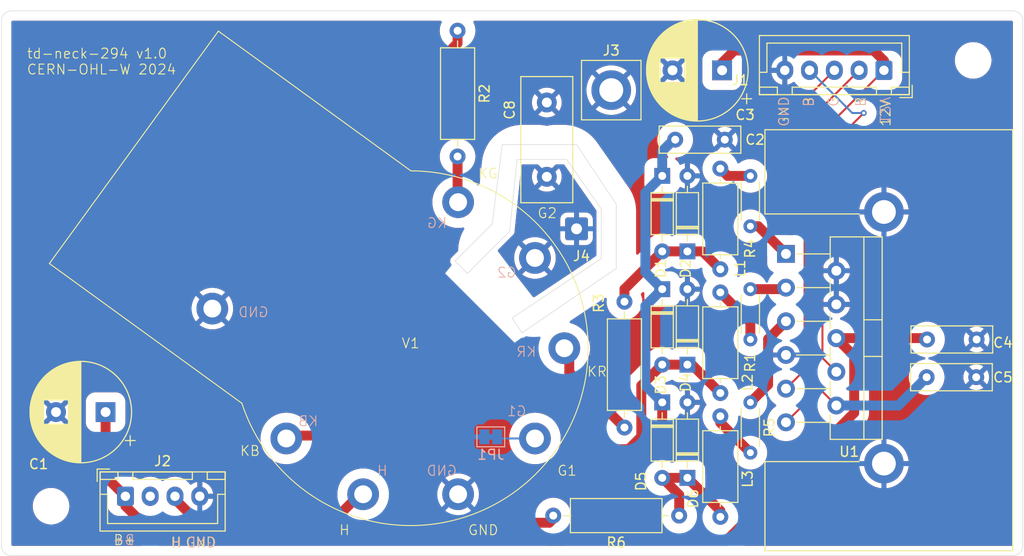
<source format=kicad_pcb>
(kicad_pcb (version 20240108) (generator "pcbnew") (generator_version "8.0")
  (layers (0 "F.Cu" signal) (31 "B.Cu" signal) (34 "B.Paste" user) (35 "F.Paste" user) (36 "B.SilkS" user "B.Silkscreen") (37 "F.SilkS" user "F.Silkscreen") (38 "B.Mask" user) (39 "F.Mask" user) (44 "Edge.Cuts" user))
  (net 0 "")
  (net 1 "Net-(D1-A)")
  (net 2 "GND")
  (net 3 "Net-(D3-A)")
  (net 4 "Net-(D5-A)")
  (net 5 "+12V")
  (net 6 "Net-(L1-Pad1)")
  (net 8 "/H")
  (net 9 "/R_IN")
  (net 10 "Net-(L2-Pad1)")
  (net 11 "/G_IN")
  (net 12 "Net-(L3-Pad1)")
  (net 13 "/B_IN")
  (net 14 "Net-(U1-VOUT2)")
  (net 15 "/KR")
  (net 16 "/KG")
  (net 17 "/KB")
  (net 18 "/G2")
  (net 19 "Net-(U1-VOUT1)")
  (net 20 "Net-(U1-VOUT3)")
  (net 21 "Vdrive")
  (net 22 "Net-(JP1-B)")
  (footprint "Connector_JST:JST_XH_B4B-XH-A_1x04_P2.50mm_Vertical" (layer "F.Cu") (at 113.5 106)
    (property "Reference" "J2" (at 3.75 -3.55 0) (layer "F.SilkS"))
    (property "Value" "Conn_01x04_Pin")
    (pad "1" thru_hole roundrect (at 0 0) (size 1.7 1.95) (drill 0.95) (layers "*.Cu" "*.Mask") (roundrect_rratio 0.147059) (net 21 "Vdrive"))
    (pad "2" thru_hole oval (at 2.5 0) (size 1.7 1.95) (drill 0.95) (layers "*.Cu" "*.Mask"))
    (pad "3" thru_hole oval (at 5 0) (size 1.7 1.95) (drill 0.95) (layers "*.Cu" "*.Mask") (net 8 "/H"))
    (pad "4" thru_hole oval (at 7.5 0) (size 1.7 1.95) (drill 0.95) (layers "*.Cu" "*.Mask") (net 2 "GND"))
  )
  (footprint "Capacitor_THT:C_Disc_D8.0mm_W2.5mm_P5.00mm" (layer "F.Cu") (at 194.35 90.17)
    (property "Reference" "C4" (at 7.65 0.33 360) (layer "F.SilkS"))
    (property "Value" "0.1uF")
    (pad "1" thru_hole circle (at 0 0) (size 1.6 1.6) (drill 0.8) (layers "*.Cu" "*.Mask") (net 21 "Vdrive"))
    (pad "2" thru_hole circle (at 5 0) (size 1.6 1.6) (drill 0.8) (layers "*.Cu" "*.Mask") (net 2 "GND"))
  )
  (footprint "Inductor_THT:L_Axial_L7.0mm_D3.3mm_P10.16mm_Horizontal_Fastron_MICC" (layer "F.Cu") (at 173.5 97.92 -90)
    (property "Reference" "L3" (at 6.33 -2.75 -90) (layer "F.SilkS"))
    (property "Value" "0.1uH")
    (pad "1" thru_hole circle (at 0 0 270) (size 1.6 1.6) (drill 0.8) (layers "*.Cu" "*.Mask") (net 12 "Net-(L3-Pad1)"))
    (pad "2" thru_hole oval (at 10.16 0 270) (size 1.6 1.6) (drill 0.8) (layers "*.Cu" "*.Mask") (net 4 "Net-(D5-A)"))
  )
  (footprint "td-neck:D_DO-35_SOD27_P7.62mm_Horizontal_NoK" (layer "F.Cu") (at 170.18 92.71 90)
    (property "Reference" "D4" (at -1.79 -0.18 90) (layer "F.SilkS"))
    (property "Value" "FDH400")
    (pad "1" thru_hole rect (at 0 0 90) (size 1.6 1.6) (drill 0.8) (layers "*.Cu" "*.Mask") (net 3 "Net-(D3-A)"))
    (pad "2" thru_hole oval (at 7.62 0 90) (size 1.6 1.6) (drill 0.8) (layers "*.Cu" "*.Mask") (net 2 "GND"))
  )
  (footprint "Capacitor_THT:C_Disc_D12.5mm_W5.0mm_P7.50mm" (layer "F.Cu") (at 156 73.75 90)
    (property "Reference" "C8" (at 6.75 -3.75 90) (layer "F.SilkS"))
    (property "Value" "680pF 2kV")
    (pad "1" thru_hole circle (at 0 0 90) (size 2 2) (drill 1) (layers "*.Cu" "*.Mask") (net 18 "/G2"))
    (pad "2" thru_hole circle (at 7.5 0 90) (size 2 2) (drill 1) (layers "*.Cu" "*.Mask") (net 2 "GND"))
  )
  (footprint "MountingHole:MountingHole_3.2mm_M3_ISO14580" (layer "F.Cu") (at 106 107)
    (property "Reference" "H2" (hide yes))
    (property "Value" "MountingHole")
    (pad "" np_thru_hole circle (at 0 0) (size 3.2 3.2) (drill 3.2) (layers "*.Cu" "*.Mask"))
  )
  (footprint "Connector_Wire:SolderWire-0.5sqmm_1x01_D0.9mm_OD2.3mm" (layer "F.Cu") (at 159 79)
    (property "Reference" "J4" (at 0.5 2.75 0) (layer "F.SilkS"))
    (property "Value" "Wire")
    (pad "1" thru_hole roundrect (at 0 0) (size 2.3 2.3) (drill 1.1) (layers "*.Cu" "*.Mask") (roundrect_rratio 0.108696) (net 18 "/G2"))
  )
  (footprint "td-neck:GZS8-6-1" (layer "F.Cu") (at 142.26573 91.053413)
    (property "Reference" "V1" (at 0 -0.5 0) (layer "F.SilkS") (effects (font (thickness 0.1))))
    (property "Value" "~")
    (pad "0" thru_hole circle (at -20 -4) (size 3.2 3.2) (drill 1.8) (layers "*.Cu" "*.Mask") (net 2 "GND"))
    (pad "3" thru_hole circle (at -12.539763 9.110671) (size 3.2 3.2) (drill 1.8) (layers "*.Cu" "*.Mask") (net 17 "/KB"))
    (pad "4" thru_hole circle (at -4.789763 14.741376) (size 3.2 3.2) (drill 1.8) (layers "*.Cu" "*.Mask") (net 8 "/H"))
    (pad "5" thru_hole circle (at 4.789763 14.741376) (size 3.2 3.2) (drill 1.8) (layers "*.Cu" "*.Mask") (net 2 "GND"))
    (pad "6" thru_hole circle (at 12.539763 9.110671) (size 3.2 3.2) (drill 1.8) (layers "*.Cu" "*.Mask") (net 22 "Net-(JP1-B)"))
    (pad "7" thru_hole circle (at 15.5 0) (size 3.2 3.2) (drill 1.8) (layers "*.Cu" "*.Mask") (net 15 "/KR"))
    (pad "8" thru_hole circle (at 12.539763 -9.110671) (size 3.2 3.2) (drill 1.8) (layers "*.Cu" "*.Mask") (net 18 "/G2"))
    (pad "9" thru_hole circle (at 4.789763 -14.741376) (size 3.2 3.2) (drill 1.8) (layers "*.Cu" "*.Mask") (net 16 "/KG"))
  )
  (footprint "Package_TO_SOT_THT:TO-220-11_P3.4x5.08mm_StaggerOdd_Lead4.85mm_Vertical" (layer "F.Cu") (at 180.12 81.534 -90)
    (property "Reference" "U1" (at 19.966 -6.38 180) (layer "F.SilkS"))
    (property "Value" "LM2406")
    (pad "1" thru_hole rect (at 0 0 270) (size 1.8 1.8) (drill 1) (layers "*.Cu" "*.Mask") (net 19 "Net-(U1-VOUT1)"))
    (pad "2" thru_hole oval (at 1.7 -5.08 270) (size 1.8 1.8) (drill 1) (layers "*.Cu" "*.Mask") (net 2 "GND"))
    (pad "3" thru_hole oval (at 3.4 0 270) (size 1.8 1.8) (drill 1) (layers "*.Cu" "*.Mask") (net 14 "Net-(U1-VOUT2)"))
    (pad "4" thru_hole oval (at 5.1 -5.08 270) (size 1.8 1.8) (drill 1) (layers "*.Cu" "*.Mask") (net 2 "GND"))
    (pad "5" thru_hole oval (at 6.8 0 270) (size 1.8 1.8) (drill 1) (layers "*.Cu" "*.Mask") (net 20 "Net-(U1-VOUT3)"))
    (pad "6" thru_hole oval (at 8.5 -5.08 270) (size 1.8 1.8) (drill 1) (layers "*.Cu" "*.Mask") (net 21 "Vdrive"))
    (pad "7" thru_hole oval (at 10.2 0 270) (size 1.8 1.8) (drill 1) (layers "*.Cu" "*.Mask") (net 2 "GND"))
    (pad "8" thru_hole oval (at 11.9 -5.08 270) (size 1.8 1.8) (drill 1) (layers "*.Cu" "*.Mask") (net 13 "/B_IN"))
    (pad "9" thru_hole oval (at 13.6 0 270) (size 1.8 1.8) (drill 1) (layers "*.Cu" "*.Mask") (net 11 "/G_IN"))
    (pad "10" thru_hole oval (at 15.3 -5.08 270) (size 1.8 1.8) (drill 1) (layers "*.Cu" "*.Mask") (net 5 "+12V"))
    (pad "11" thru_hole oval (at 17 0 270) (size 1.8 1.8) (drill 1) (layers "*.Cu" "*.Mask") (net 9 "/R_IN"))
  )
  (footprint "Resistor_THT:R_Axial_DIN0204_L3.6mm_D1.6mm_P5.08mm_Horizontal" (layer "F.Cu") (at 176.53 85.09 -90)
    (property "Reference" "R1" (at 7.41 0.03 90) (layer "F.SilkS"))
    (property "Value" "22")
    (pad "1" thru_hole circle (at 0 0 270) (size 1.4 1.4) (drill 0.7) (layers "*.Cu" "*.Mask") (net 14 "Net-(U1-VOUT2)"))
    (pad "2" thru_hole oval (at 5.08 0 270) (size 1.4 1.4) (drill 0.7) (layers "*.Cu" "*.Mask") (net 10 "Net-(L2-Pad1)"))
  )
  (footprint "td-neck:D_DO-35_SOD27_P7.62mm_Horizontal_NoK" (layer "F.Cu") (at 167.64 73.66 -90)
    (property "Reference" "D1" (at 9.34 0.14 -90) (layer "F.SilkS"))
    (property "Value" "FDH400")
    (pad "1" thru_hole rect (at 0 0 270) (size 1.6 1.6) (drill 0.8) (layers "*.Cu" "*.Mask") (net 21 "Vdrive"))
    (pad "2" thru_hole oval (at 7.62 0 270) (size 1.6 1.6) (drill 0.8) (layers "*.Cu" "*.Mask") (net 1 "Net-(D1-A)"))
  )
  (footprint "Inductor_THT:L_Axial_L7.0mm_D3.3mm_P10.16mm_Horizontal_Fastron_MICC" (layer "F.Cu") (at 173.5 72.92 -90)
    (property "Reference" "L1" (at 10.08 -2 -90) (layer "F.SilkS"))
    (property "Value" "0.1uH")
    (pad "1" thru_hole circle (at 0 0 270) (size 1.6 1.6) (drill 0.8) (layers "*.Cu" "*.Mask") (net 6 "Net-(L1-Pad1)"))
    (pad "2" thru_hole oval (at 10.16 0 270) (size 1.6 1.6) (drill 0.8) (layers "*.Cu" "*.Mask") (net 1 "Net-(D1-A)"))
  )
  (footprint "Resistor_THT:R_Axial_DIN0204_L3.6mm_D1.6mm_P5.08mm_Horizontal" (layer "F.Cu") (at 176.53 96.52 -90)
    (property "Reference" "R5" (at 2.54 -1.92 90) (layer "F.SilkS"))
    (property "Value" "22")
    (pad "1" thru_hole circle (at 0 0 270) (size 1.4 1.4) (drill 0.7) (layers "*.Cu" "*.Mask") (net 20 "Net-(U1-VOUT3)"))
    (pad "2" thru_hole oval (at 5.08 0 270) (size 1.4 1.4) (drill 0.7) (layers "*.Cu" "*.Mask") (net 12 "Net-(L3-Pad1)"))
  )
  (footprint "Capacitor_THT:CP_Radial_D10.0mm_P5.00mm" (layer "F.Cu") (at 111.5 97.5 180)
    (property "Reference" "C1" (at 6.75 -5.25 180) (layer "F.SilkS"))
    (property "Value" "47uF")
    (pad "1" thru_hole rect (at 0 0 180) (size 2 2) (drill 1) (layers "*.Cu" "*.Mask") (net 21 "Vdrive"))
    (pad "2" thru_hole circle (at 5 0 180) (size 2 2) (drill 1) (layers "*.Cu" "*.Mask") (net 2 "GND"))
  )
  (footprint "Resistor_THT:R_Axial_DIN0309_L9.0mm_D3.2mm_P12.70mm_Horizontal" (layer "F.Cu") (at 147 59 -90)
    (property "Reference" "R2" (at 6.35 -2.72 90) (layer "F.SilkS"))
    (property "Value" "33")
    (pad "1" thru_hole circle (at 0 0 270) (size 1.6 1.6) (drill 0.8) (layers "*.Cu" "*.Mask") (net 3 "Net-(D3-A)"))
    (pad "2" thru_hole oval (at 12.7 0 270) (size 1.6 1.6) (drill 0.8) (layers "*.Cu" "*.Mask") (net 16 "/KG"))
  )
  (footprint "td-neck:D_DO-35_SOD27_P7.62mm_Horizontal_NoK" (layer "F.Cu") (at 170.18 81.28 90)
    (property "Reference" "D2" (at -1.72 -0.18 90) (layer "F.SilkS"))
    (property "Value" "FDH400")
    (pad "1" thru_hole rect (at 0 0 90) (size 1.6 1.6) (drill 0.8) (layers "*.Cu" "*.Mask") (net 1 "Net-(D1-A)"))
    (pad "2" thru_hole oval (at 7.62 0 90) (size 1.6 1.6) (drill 0.8) (layers "*.Cu" "*.Mask") (net 2 "GND"))
  )
  (footprint "Capacitor_THT:C_Disc_D8.0mm_W2.5mm_P5.00mm" (layer "F.Cu") (at 194.31 93.98)
    (property "Reference" "C5" (at 7.69 0.02 0) (layer "F.SilkS"))
    (property "Value" "0.1uF")
    (pad "1" thru_hole circle (at 0 0) (size 1.6 1.6) (drill 0.8) (layers "*.Cu" "*.Mask") (net 5 "+12V"))
    (pad "2" thru_hole circle (at 5 0) (size 1.6 1.6) (drill 0.8) (layers "*.Cu" "*.Mask") (net 2 "GND"))
  )
  (footprint "td-neck:D_DO-35_SOD27_P7.62mm_Horizontal_NoK" (layer "F.Cu") (at 167.64 96.52 -90)
    (property "Reference" "D5" (at 7.98 2.14 -90) (layer "F.SilkS"))
    (property "Value" "FDH400")
    (pad "1" thru_hole rect (at 0 0 270) (size 1.6 1.6) (drill 0.8) (layers "*.Cu" "*.Mask") (net 21 "Vdrive"))
    (pad "2" thru_hole oval (at 7.62 0 270) (size 1.6 1.6) (drill 0.8) (layers "*.Cu" "*.Mask") (net 4 "Net-(D5-A)"))
  )
  (footprint "Resistor_THT:R_Axial_DIN0204_L3.6mm_D1.6mm_P5.08mm_Horizontal" (layer "F.Cu") (at 176.53 78.74 90)
    (property "Reference" "R4" (at -2.26 -0.03 270) (layer "F.SilkS"))
    (property "Value" "22")
    (pad "1" thru_hole circle (at 0 0 90) (size 1.4 1.4) (drill 0.7) (layers "*.Cu" "*.Mask") (net 19 "Net-(U1-VOUT1)"))
    (pad "2" thru_hole oval (at 5.08 0 90) (size 1.4 1.4) (drill 0.7) (layers "*.Cu" "*.Mask") (net 6 "Net-(L1-Pad1)"))
  )
  (footprint "td-neck:D_DO-35_SOD27_P7.62mm_Horizontal_NoK" (layer "F.Cu") (at 167.64 85.09 -90)
    (property "Reference" "D3" (at 9.66 0.14 -90) (layer "F.SilkS"))
    (property "Value" "FDH400")
    (pad "1" thru_hole rect (at 0 0 270) (size 1.6 1.6) (drill 0.8) (layers "*.Cu" "*.Mask") (net 21 "Vdrive"))
    (pad "2" thru_hole oval (at 7.62 0 270) (size 1.6 1.6) (drill 0.8) (layers "*.Cu" "*.Mask") (net 3 "Net-(D3-A)"))
  )
  (footprint "Capacitor_THT:C_Disc_D8.0mm_W2.5mm_P5.00mm" (layer "F.Cu") (at 168.95 70)
    (property "Reference" "C2" (at 8.05 0 0) (layer "F.SilkS"))
    (property "Value" "0.1uF")
    (pad "1" thru_hole circle (at 0 0) (size 1.6 1.6) (drill 0.8) (layers "*.Cu" "*.Mask") (net 21 "Vdrive"))
    (pad "2" thru_hole circle (at 5 0) (size 1.6 1.6) (drill 0.8) (layers "*.Cu" "*.Mask") (net 2 "GND"))
  )
  (footprint "td-neck:D_DO-35_SOD27_P7.62mm_Horizontal_NoK" (layer "F.Cu") (at 170.18 104.14 90)
    (property "Reference" "D6" (at -2.11 0.57 90) (layer "F.SilkS"))
    (property "Value" "FDH400")
    (pad "1" thru_hole rect (at 0 0 90) (size 1.6 1.6) (drill 0.8) (layers "*.Cu" "*.Mask") (net 4 "Net-(D5-A)"))
    (pad "2" thru_hole oval (at 7.62 0 90) (size 1.6 1.6) (drill 0.8) (layers "*.Cu" "*.Mask") (net 2 "GND"))
  )
  (footprint "Capacitor_THT:CP_Radial_D10.0mm_P5.00mm" (layer "F.Cu") (at 173.68 63 180)
    (property "Reference" "C3" (at -2.32 -4.5 180) (layer "F.SilkS"))
    (property "Value" "47uF")
    (pad "1" thru_hole rect (at 0 0 180) (size 2 2) (drill 1) (layers "*.Cu" "*.Mask") (net 5 "+12V"))
    (pad "2" thru_hole circle (at 5 0 180) (size 2 2) (drill 1) (layers "*.Cu" "*.Mask") (net 2 "GND"))
  )
  (footprint "Connector_JST:JST_XH_B5B-XH-A_1x05_P2.50mm_Vertical" (layer "F.Cu") (at 190 63 180)
    (property "Reference" "J1" (at 14.5 -1 180) (layer "F.SilkS"))
    (property "Value" "Conn_01x05_Pin")
    (pad "1" thru_hole roundrect (at 0 0 180) (size 1.7 1.95) (drill 0.95) (layers "*.Cu" "*.Mask") (roundrect_rratio 0.147059) (net 5 "+12V"))
    (pad "2" thru_hole oval (at 2.5 0 180) (size 1.7 1.95) (drill 0.95) (layers "*.Cu" "*.Mask") (net 9 "/R_IN"))
    (pad "3" thru_hole oval (at 5 0 180) (size 1.7 1.95) (drill 0.95) (layers "*.Cu" "*.Mask") (net 11 "/G_IN"))
    (pad "4" thru_hole oval (at 7.5 0 180) (size 1.7 1.95) (drill 0.95) (layers "*.Cu" "*.Mask") (net 13 "/B_IN"))
    (pad "5" thru_hole oval (at 10 0 180) (size 1.7 1.95) (drill 0.95) (layers "*.Cu" "*.Mask") (net 2 "GND"))
  )
  (footprint "Resistor_THT:R_Axial_DIN0309_L9.0mm_D3.2mm_P12.70mm_Horizontal" (layer "F.Cu") (at 169.35 107.95 180)
    (property "Reference" "R6" (at 6.35 -2.72 180) (layer "F.SilkS"))
    (property "Value" "33")
    (pad "1" thru_hole circle (at 0 0 180) (size 1.6 1.6) (drill 0.8) (layers "*.Cu" "*.Mask") (net 4 "Net-(D5-A)"))
    (pad "2" thru_hole oval (at 12.7 0 180) (size 1.6 1.6) (drill 0.8) (layers "*.Cu" "*.Mask") (net 17 "/KB"))
  )
  (footprint "MountingHole:MountingHole_3.2mm_M3_ISO14580" (layer "F.Cu") (at 199 62)
    (property "Reference" "H1" (hide yes))
    (property "Value" "MountingHole")
    (pad "" np_thru_hole circle (at 0 0) (size 3.2 3.2) (drill 3.2) (layers "*.Cu" "*.Mask"))
  )
  (footprint "td-neck:monitor_1p" (layer "F.Cu") (at 162.5 65)
    (property "Reference" "J3" (at 0 -4 0) (layer "F.SilkS"))
    (property "Value" "Conn_01x01_Pin")
    (pad "1" thru_hole circle (at 0 0) (size 4 4) (drill 2.41) (layers "*.Cu" "*.Mask") (net 2 "GND"))
  )
  (footprint "td-neck:Ohmite_RA-T2X-25E" (layer "F.Cu") (at 190 90 -90)
    (property "Reference" "HS1" (hide yes))
    (property "Value" "Heatsink_Pad")
    (pad "1" thru_hole circle (at -12.7 0 270) (size 4 4) (drill 2.4) (layers "*.Cu" "*.Mask") (net 2 "GND"))
    (pad "1" thru_hole circle (at 12.7 0 270) (size 4 4) (drill 2.4) (layers "*.Cu" "*.Mask") (net 2 "GND"))
  )
  (footprint "Inductor_THT:L_Axial_L7.0mm_D3.3mm_P10.16mm_Horizontal_Fastron_MICC" (layer "F.Cu") (at 173.5 85.42 -90)
    (property "Reference" "L2" (at 9.08 -2.75 90) (layer "F.SilkS"))
    (property "Value" "0.1uH")
    (pad "1" thru_hole circle (at 0 0 270) (size 1.6 1.6) (drill 0.8) (layers "*.Cu" "*.Mask") (net 10 "Net-(L2-Pad1)"))
    (pad "2" thru_hole oval (at 10.16 0 270) (size 1.6 1.6) (drill 0.8) (layers "*.Cu" "*.Mask") (net 3 "Net-(D3-A)"))
  )
  (footprint "Resistor_THT:R_Axial_DIN0309_L9.0mm_D3.2mm_P12.70mm_Horizontal" (layer "F.Cu") (at 163.83 86.36 -90)
    (property "Reference" "R3" (at 0.14 2.58 90) (layer "F.SilkS"))
    (property "Value" "33")
    (pad "1" thru_hole circle (at 0 0 270) (size 1.6 1.6) (drill 0.8) (layers "*.Cu" "*.Mask") (net 1 "Net-(D1-A)"))
    (pad "2" thru_hole oval (at 12.7 0 270) (size 1.6 1.6) (drill 0.8) (layers "*.Cu" "*.Mask") (net 15 "/KR"))
  )
  (footprint "Jumper:SolderJumper-2_P1.3mm_Bridged_Pad1.0x1.5mm" (layer "B.Cu") (at 150.35 100)
    (property "Reference" "JP1" (at 0 1.8 360) (layer "B.SilkS") (effects (justify mirror)))
    (property "Value" "SolderJumper_2_Bridged")
    (fp_poly (pts (xy -0.25 0.3) (xy 0.25 0.3) (xy 0.25 -0.3) (xy -0.25 -0.3)) (fill solid) (layer "B.Cu"))
    (pad "1" smd rect (at -0.65 0) (size 1 1.5) (layers "B.Cu" "B.Mask") (net 2 "GND"))
    (pad "2" smd rect (at 0.65 0) (size 1 1.5) (layers "B.Cu" "B.Mask") (net 22 "Net-(JP1-B)"))
  )
  (gr_line (start 203 112) (end 102 112) (stroke (width 0.05)) (layer "Edge.Cuts"))
  (gr_arc (start 102 112) (mid 101.292893 111.707107) (end 101 111) (stroke (width 0.05)) (layer "Edge.Cuts"))
  (gr_arc (start 204 111) (mid 203.707107 111.707107) (end 203 112) (stroke (width 0.05)) (layer "Edge.Cuts"))
  (gr_line (start 148 83.5) (end 152.25 79.25) (stroke (width 0.05)) (layer "Edge.Cuts"))
  (gr_line (start 150.5 78.5) (end 151.5 70.5) (stroke (width 0.05)) (layer "Edge.Cuts"))
  (gr_line (start 161.5 82) (end 152.5 88) (stroke (width 0.05)) (layer "Edge.Cuts"))
  (gr_line (start 153 72) (end 158 72) (stroke (width 0.05)) (layer "Edge.Cuts"))
  (gr_line (start 163 76.5) (end 163 83) (stroke (width 0.05)) (layer "Edge.Cuts"))
  (gr_line (start 158 72) (end 161.5 77) (stroke (width 0.05)) (layer "Edge.Cuts"))
  (gr_line (start 102 57) (end 203 57) (stroke (width 0.05)) (layer "Edge.Cuts"))
  (gr_line (start 151.5 70.5) (end 159 70.5) (stroke (width 0.05)) (layer "Edge.Cuts"))
  (gr_line (start 159 70.5) (end 163 76.5) (stroke (width 0.05)) (layer "Edge.Cuts"))
  (gr_line (start 204 58) (end 204 111) (stroke (width 0.05)) (layer "Edge.Cuts"))
  (gr_arc (start 101 58) (mid 101.292893 57.292893) (end 102 57) (stroke (width 0.05)) (layer "Edge.Cuts"))
  (gr_line (start 146.75 82.25) (end 148 83.5) (stroke (width 0.05)) (layer "Edge.Cuts"))
  (gr_line (start 153.5 89.5) (end 152.5 88) (stroke (width 0.05)) (layer "Edge.Cuts"))
  (gr_line (start 146.75 82.25) (end 150.5 78.5) (stroke (width 0.05)) (layer "Edge.Cuts"))
  (gr_line (start 101 111) (end 101 58) (stroke (width 0.05)) (layer "Edge.Cuts"))
  (gr_line (start 163 83) (end 153.5 89.5) (stroke (width 0.05)) (layer "Edge.Cuts"))
  (gr_line (start 152.25 79.25) (end 153 72) (stroke (width 0.05)) (layer "Edge.Cuts"))
  (gr_line (start 161.5 77) (end 161.5 82) (stroke (width 0.05)) (layer "Edge.Cuts"))
  (gr_arc (start 203 57) (mid 203.707107 57.292893) (end 204 58) (stroke (width 0.05)) (layer "Edge.Cuts"))
  (gr_text "12V" (at 189.5 68.5 -90) (layer "B.SilkS") (effects (font (size 1 1) (thickness 0.1)) (justify left bottom mirror)))
  (gr_text "G" (at 184.25 66.75 -90) (layer "B.SilkS") (effects (font (size 1 1) (thickness 0.1)) (justify left bottom mirror)))
  (gr_text "H" (at 140 104 0) (layer "B.SilkS") (effects (font (size 1 1) (thickness 0.1)) (justify left bottom mirror)))
  (gr_text "B" (at 181.75 66.75 -90) (layer "B.SilkS") (effects (font (size 1 1) (thickness 0.1)) (justify left bottom mirror)))
  (gr_text "B+" (at 114.5 111 -0) (layer "B.SilkS") (effects (font (size 1 1) (thickness 0.1)) (justify left bottom mirror)))
  (gr_text "G1" (at 154 98 0) (layer "B.SilkS") (effects (font (size 1 1) (thickness 0.1)) (justify left bottom mirror)))
  (gr_text "GND" (at 147 104 0) (layer "B.SilkS") (effects (font (size 1 1) (thickness 0.1)) (justify left bottom mirror)))
  (gr_text "KG" (at 146 79 0) (layer "B.SilkS") (effects (font (size 1 1) (thickness 0.1)) (justify left bottom mirror)))
  (gr_text "KB" (at 133 99 0) (layer "B.SilkS") (effects (font (size 1 1) (thickness 0.1)) (justify left bottom mirror)))
  (gr_text "R" (at 187 66.75 -90) (layer "B.SilkS") (effects (font (size 1 1) (thickness 0.1)) (justify left bottom mirror)))
  (gr_text "G2" (at 153 84 0) (layer "B.SilkS") (effects (font (size 1 1) (thickness 0.1)) (justify left bottom mirror)))
  (gr_text "GND" (at 179.25 68.75 -90) (layer "B.SilkS") (effects (font (size 1 1) (thickness 0.1)) (justify left bottom mirror)))
  (gr_text "GND" (at 122.75 111.25 -0) (layer "B.SilkS") (effects (font (size 1 1) (thickness 0.1)) (justify left bottom mirror)))
  (gr_text "GND" (at 128 88 0) (layer "B.SilkS") (effects (font (size 1 1) (thickness 0.1)) (justify left bottom mirror)))
  (gr_text "KR" (at 155 92 0) (layer "B.SilkS") (effects (font (size 1 1) (thickness 0.1)) (justify left bottom mirror)))
  (gr_text "H" (at 119.25 111.25 -0) (layer "B.SilkS") (effects (font (size 1 1) (thickness 0.1)) (justify left bottom mirror)))
  (gr_text "GND" (at 148 110 0) (layer "F.SilkS") (effects (font (size 1 1) (thickness 0.1)) (justify left bottom)))
  (gr_text "H" (at 135 110 0) (layer "F.SilkS") (effects (font (size 1 1) (thickness 0.1)) (justify left bottom)))
  (gr_text "KR" (at 160 94 0) (layer "F.SilkS") (effects (font (size 1 1) (thickness 0.1)) (justify left bottom)))
  (gr_text "KB" (at 125 102 0) (layer "F.SilkS") (effects (font (size 1 1) (thickness 0.1)) (justify left bottom)))
  (gr_text "B" (at 183 66.75 90) (layer "F.SilkS") (effects (font (size 1 1) (thickness 0.1)) (justify left bottom)))
  (gr_text "G1" (at 157 104 0) (layer "F.SilkS") (effects (font (size 1 1) (thickness 0.1)) (justify left bottom)))
  (gr_text "H" (at 118 111.25 0) (layer "F.SilkS") (effects (font (size 1 1) (thickness 0.1)) (justify left bottom)))
  (gr_text "td-neck-294 v1.0\nCERN-OHL-W 2024" (at 103.5 63.5 0) (layer "F.SilkS") (effects (font (size 1 1) (thickness 0.1)) (justify left bottom)))
  (gr_text "G2" (at 155 78 0) (layer "F.SilkS") (effects (font (size 1 1) (thickness 0.1)) (justify left bottom)))
  (gr_text "12V" (at 190.75 68.75 90) (layer "F.SilkS") (effects (font (size 1 1) (thickness 0.1)) (justify left bottom)))
  (gr_text "R" (at 188.25 66.75 90) (layer "F.SilkS") (effects (font (size 1 1) (thickness 0.1)) (justify left bottom)))
  (gr_text "GND" (at 119.5 111.25 0) (layer "F.SilkS") (effects (font (size 1 1) (thickness 0.1)) (justify left bottom)))
  (gr_text "GND" (at 180.5 68.75 90) (layer "F.SilkS") (effects (font (size 1 1) (thickness 0.1)) (justify left bottom)))
  (gr_text "KG" (at 149 74 0) (layer "F.SilkS") (effects (font (size 1 1) (thickness 0.1)) (justify left bottom)))
  (gr_text "B+" (at 112.25 111 0) (layer "F.SilkS") (effects (font (size 1 1) (thickness 0.1)) (justify left bottom)))
  (gr_text "G" (at 185.5 66.75 90) (layer "F.SilkS") (effects (font (size 1 1) (thickness 0.1)) (justify left bottom)))
  (segment (start 163.83 86.36) (end 163.83 85.09) (width 1) (layer "F.Cu") (net 1))
  (segment (start 167.64 81.28) (end 171.7 81.28) (width 1) (layer "F.Cu") (net 1))
  (segment (start 171.7 81.28) (end 173.5 83.08) (width 1) (layer "F.Cu") (net 1))
  (segment (start 163.83 85.09) (end 167.64 81.28) (width 1) (layer "F.Cu") (net 1))
  (segment (start 165.53 99.97) (end 164.25 101.25) (width 1) (layer "F.Cu") (net 3))
  (segment (start 162 101.25) (end 142.5 81.75) (width 1) (layer "F.Cu") (net 3))
  (segment (start 167.64 92.71) (end 170.18 92.71) (width 1) (layer "F.Cu") (net 3))
  (segment (start 165.53 94.82) (end 165.53 99.97) (width 1) (layer "F.Cu") (net 3))
  (segment (start 164.25 101.25) (end 162 101.25) (width 1) (layer "F.Cu") (net 3))
  (segment (start 170.18 92.71) (end 170.63 92.71) (width 1) (layer "F.Cu") (net 3))
  (segment (start 167.64 92.71) (end 165.53 94.82) (width 1) (layer "F.Cu") (net 3))
  (segment (start 142.5 81.75) (end 142.5 64.75) (width 1) (layer "F.Cu") (net 3))
  (segment (start 170.63 92.71) (end 173.5 95.58) (width 1) (layer "F.Cu") (net 3))
  (segment (start 147 60.25) (end 147 59) (width 1) (layer "F.Cu") (net 3))
  (segment (start 142.5 64.75) (end 147 60.25) (width 1) (layer "F.Cu") (net 3))
  (segment (start 170.18 104.14) (end 173.5 107.46) (width 1) (layer "F.Cu") (net 4))
  (segment (start 169.35 105.85) (end 167.64 104.14) (width 1) (layer "F.Cu") (net 4))
  (segment (start 167.64 104.14) (end 170.18 104.14) (width 1) (layer "F.Cu") (net 4))
  (segment (start 173.5 107.46) (end 173.5 108.08) (width 1) (layer "F.Cu") (net 4))
  (segment (start 169.35 107.95) (end 169.35 105.85) (width 1) (layer "F.Cu") (net 4))
  (segment (start 188.975 61) (end 174.91 61) (width 1) (layer "F.Cu") (net 5))
  (segment (start 190 62.025) (end 188.975 61) (width 1) (layer "F.Cu") (net 5))
  (segment (start 190 63) (end 190 62.025) (width 1) (layer "F.Cu") (net 5))
  (segment (start 185.2 96.834) (end 183.2 94.834) (width 0.2) (layer "F.Cu") (net 5))
  (segment (start 174.91 61) (end 173.68 62.23) (width 1) (layer "F.Cu") (net 5))
  (segment (start 183.2 69.8) (end 190 63) (width 0.2) (layer "F.Cu") (net 5))
  (segment (start 183.2 94.834) (end 183.2 69.8) (width 0.2) (layer "F.Cu") (net 5))
  (segment (start 191.456 96.834) (end 194.31 93.98) (width 1) (layer "B.Cu") (net 5))
  (segment (start 185.2 96.834) (end 191.456 96.834) (width 1) (layer "B.Cu") (net 5))
  (segment (start 174.24 73.66) (end 176.53 73.66) (width 1) (layer "F.Cu") (net 6))
  (segment (start 173.5 72.92) (end 174.24 73.66) (width 1) (layer "F.Cu") (net 6))
  (segment (start 120.200063 108) (end 134.949736 108) (width 1) (layer "F.Cu") (net 8))
  (segment (start 118.5 106.299937) (end 120.200063 108) (width 1) (layer "F.Cu") (net 8))
  (segment (start 118.5 106) (end 118.5 106.299937) (width 1) (layer "F.Cu") (net 8))
  (segment (start 134.949736 108) (end 137.630475 105.319261) (width 1) (layer "F.Cu") (net 8))
  (segment (start 182.6 96.054) (end 182.6 67.9) (width 0.2) (layer "F.Cu") (net 9))
  (segment (start 180.12 98.534) (end 182.6 96.054) (width 0.2) (layer "F.Cu") (net 9))
  (segment (start 182.6 67.9) (end 187.5 63) (width 0.2) (layer "F.Cu") (net 9))
  (segment (start 176.53 88.45) (end 173.5 85.42) (width 1) (layer "F.Cu") (net 10))
  (segment (start 176.53 90.17) (end 176.53 88.45) (width 1) (layer "F.Cu") (net 10))
  (segment (start 182 93.254) (end 182 66) (width 0.2) (layer "F.Cu") (net 11))
  (segment (start 182 66) (end 185 63) (width 0.2) (layer "F.Cu") (net 11))
  (segment (start 180.12 95.134) (end 182 93.254) (width 0.2) (layer "F.Cu") (net 11))
  (segment (start 173.5 98.57) (end 176.53 101.6) (width 1) (layer "F.Cu") (net 12))
  (segment (start 173.5 97.92) (end 173.5 98.57) (width 1) (layer "F.Cu") (net 12))
  (segment (start 185.2 93.434) (end 183.8 92.034) (width 0.2) (layer "F.Cu") (net 13))
  (segment (start 183.8 92.034) (end 183.8 71.47) (width 0.2) (layer "F.Cu") (net 13))
  (segment (start 183.8 71.47) (end 187.96 67.31) (width 0.2) (layer "F.Cu") (net 13))
  (via (at 187.96 67.31) (size 0.6) (drill 0.3) (layers "F.Cu" "B.Cu") (net 13))
  (segment (start 186.81 67.31) (end 182.5 63) (width 0.2) (layer "B.Cu") (net 13))
  (segment (start 187.96 67.31) (end 186.81 67.31) (width 0.2) (layer "B.Cu") (net 13))
  (segment (start 176.53 85.09) (end 179.964 85.09) (width 1) (layer "F.Cu") (net 14))
  (segment (start 179.964 85.09) (end 180.12 84.934) (width 1) (layer "F.Cu") (net 14))
  (segment (start 157.26573 90.81427) (end 157.26573 91.053413) (width 1) (layer "F.Cu") (net 15))
  (segment (start 158.26573 93.49573) (end 163.83 99.06) (width 1) (layer "F.Cu") (net 15))
  (segment (start 158.26573 91.053413) (end 158.26573 93.49573) (width 1) (layer "F.Cu") (net 15))
  (segment (start 147 72.08) (end 147 76.68855) (width 1) (layer "F.Cu") (net 16))
  (segment (start 147 76.68855) (end 146.900985 76.787565) (width 1) (layer "F.Cu") (net 16))
  (segment (start 156.92 108) (end 156.249683 108.670317) (width 1) (layer "F.Cu") (net 17))
  (segment (start 156.249683 108.670317) (end 145.670317 108.670317) (width 1) (layer "F.Cu") (net 17))
  (segment (start 136.870192 99.870192) (end 130.130475 99.870192) (width 1) (layer "F.Cu") (net 17))
  (segment (start 145.670317 108.670317) (end 136.870192 99.870192) (width 1) (layer "F.Cu") (net 17))
  (segment (start 176.53 78.74) (end 177.326 78.74) (width 1) (layer "F.Cu") (net 19))
  (segment (start 177.326 78.74) (end 180.12 81.534) (width 1) (layer "F.Cu") (net 19))
  (segment (start 178.32 94.73) (end 178.32 90.134) (width 1) (layer "F.Cu") (net 20))
  (segment (start 178.32 90.134) (end 180.12 88.334) (width 1) (layer "F.Cu") (net 20))
  (segment (start 176.53 96.52) (end 178.32 94.73) (width 1) (layer "F.Cu") (net 20))
  (segment (start 156.21 110.49) (end 174.089585 110.49) (width 1) (layer "F.Cu") (net 21))
  (segment (start 113.5 106.975) (end 117.015 110.49) (width 1) (layer "F.Cu") (net 21))
  (segment (start 187 97.579585) (end 187 91.834) (width 1) (layer "F.Cu") (net 21))
  (segment (start 185.2 90.034) (end 194.214 90.034) (width 1) (layer "F.Cu") (net 21))
  (segment (start 117.015 110.49) (end 156.21 110.49) (width 1) (layer "F.Cu") (net 21))
  (segment (start 113.5 106) (end 113.5 106.975) (width 1) (layer "F.Cu") (net 21))
  (segment (start 111.5 104) (end 113.5 106) (width 1) (layer "F.Cu") (net 21))
  (segment (start 111.5 98.05) (end 111.5 104) (width 1) (layer "F.Cu") (net 21))
  (segment (start 167.64 100.36) (end 167.64 96.52) (width 1) (layer "F.Cu") (net 21))
  (segment (start 187 91.834) (end 185.2 90.034) (width 1) (layer "F.Cu") (net 21))
  (segment (start 157.51 110.49) (end 167.64 100.36) (width 1) (layer "F.Cu") (net 21))
  (segment (start 194.214 90.034) (end 194.35 90.17) (width 1) (layer "F.Cu") (net 21))
  (segment (start 174.089585 110.49) (end 187 97.579585) (width 1) (layer "F.Cu") (net 21))
  (segment (start 156.21 110.49) (end 157.51 110.49) (width 1) (layer "F.Cu") (net 21))
  (segment (start 167.64 73.66) (end 165.94 75.36) (width 1) (layer "B.Cu") (net 21))
  (segment (start 167.64 96.52) (end 165.94 94.82) (width 1) (layer "B.Cu") (net 21))
  (segment (start 165.94 86.79) (end 167.64 85.09) (width 1) (layer "B.Cu") (net 21))
  (segment (start 165.94 83.39) (end 167.64 85.09) (width 1) (layer "B.Cu") (net 21))
  (segment (start 165.94 75.36) (end 165.94 83.39) (width 1) (layer "B.Cu") (net 21))
  (segment (start 167.64 73.66) (end 167.64 71.16) (width 1) (layer "B.Cu") (net 21))
  (segment (start 167.64 71.16) (end 168.95 69.85) (width 1) (layer "B.Cu") (net 21))
  (segment (start 165.94 94.82) (end 165.94 86.79) (width 1) (layer "B.Cu") (net 21))
  (segment (start 154.805493 100.164084) (end 151.164084 100.164084) (width 0.2) (layer "B.Cu") (net 22))
  (segment (start 151.164084 100.164084) (end 151 100) (width 0.2) (layer "B.Cu") (net 22))
  (zone (net 2) (net_name "GND") (layers "F&B.Cu") (priority 2) (connect_pads (clearance 1)) (min_thickness 0.25) (fill yes (thermal_gap 0.5) (thermal_bridge_width 0.5))
    (polygon (pts (xy 102 111) (xy 203 111) (xy 203 78) (xy 203 67) (xy 203 58) (xy 102 58)))
  )
  (zone (net 18) (net_name "/G2") (layers "F&B.Cu") (priority 3) (connect_pads (clearance 4)) (min_thickness 0.25) (fill yes (thermal_gap 0.5) (thermal_bridge_width 0.5))
    (polygon (pts (xy 150.5 80.5) (xy 155 86.5) (xy 161.5 82) (xy 161.5 77) (xy 158 72) (xy 153 72)))
  )
  (zone (net 0) (net_name "") (layers "F&B.Cu") (connect_pads (clearance 0)) (min_thickness 0.25)
    (keepout (tracks not_allowed) (vias not_allowed) (pads allowed) (copperpour not_allowed) (footprints allowed))
    (fill (thermal_gap 0.5) (thermal_bridge_width 0.5))
    (polygon (pts (xy 149.25 79) (xy 145.75 83.5) (xy 152.75 90.5) (xy 156.25 88)))
  )
)
</source>
